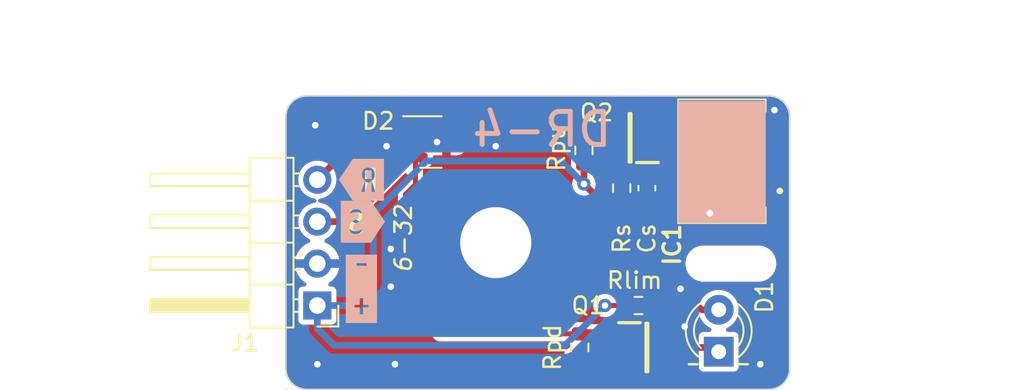
<source format=kicad_pcb>
(kicad_pcb (version 20221018) (generator pcbnew)
  (title_block (title "DR-4: Long Range IR Sensor") (date "2022-9-1") (rev "1") (company "DigitalREP"))
  (layers (0 "F.Cu" signal "Front") (31 "B.Cu" signal "Back") (34 "B.Paste" user) (35 "F.Paste" user) (36 "B.SilkS" user "B.Silkscreen") (37 "F.SilkS" user "F.Silkscreen") (38 "B.Mask" user) (39 "F.Mask" user) (44 "Edge.Cuts" user))
  (net 0 "")
  (net 1 "VS")
  (net 2 "GND")
  (net 3 "Net-(IC1-VS)")
  (net 4 "Net-(D1-K)")
  (net 5 "Net-(D1-A)")
  (net 7 "/S")
  (net 8 "/R")
  (net 9 "Net-(IC1-OUT)")
  (footprint "MountingHole:MountingHole_2.1mm" (layer "F.Cu") (at 143.764 76.2)
    (fp_text reference "H2" hide)
    (fp_text value "MountingHole" hide)
    (pad "" np_thru_hole oval (at 0 0) (size 5 1.7) (drill oval 5 1.7) (layers "F&B.Cu" "*.Mask"))
  )
  (footprint "Samacsys:SOT95P237X112-3N" (layer "F.Cu") (at 137.668 68.58 180)
    (fp_text reference "Q2" (at 2.032 1.524) (layer "F.SilkS") (effects (font (size 1.00076 1.00076) (thickness 0.14986))))
    (fp_text value "SI2302CDS-T1-GE3" hide)
    (fp_line (start -1.7 -1.5) (end -0.4 -1.5) (stroke (width 0.2)) (layer "F.SilkS"))
    (fp_line (start -0.05 -1.46) (end 0.05 -1.46) (stroke (width 0.2)) (layer "F.SilkS"))
    (fp_line (start -0.05 1.46) (end -0.05 -1.46) (stroke (width 0.2)) (layer "F.SilkS"))
    (fp_line (start 0.05 -1.46) (end 0.05 1.46) (stroke (width 0.2)) (layer "F.SilkS"))
    (fp_line (start 0.05 1.46) (end -0.05 1.46) (stroke (width 0.2)) (layer "F.SilkS"))
    (pad "1" smd rect (at -1.05 -0.95 270) (size 0.6 1.3) (layers "F.Cu" "F.Paste" "F.Mask") (net 9 "Net-(IC1-OUT)"))
    (pad "2" smd rect (at -1.05 0.95 270) (size 0.6 1.3) (layers "F.Cu" "F.Paste" "F.Mask") (net 2 "GND"))
    (pad "3" smd rect (at 1.05 0 270) (size 0.6 1.3) (layers "F.Cu" "F.Paste" "F.Mask") (net 8 "/R"))
  )
  (footprint "kibuzzard-63767584" (layer "F.Cu") (at 121.412 71.12)
    (fp_text reference "kibuzzard-63767584" hide)
    (fp_text value "G***" hide)
    (fp_poly (pts (xy 0.221952 -0.040323) (xy 0.300581 -0.040323) (xy 0.431629 -0.055443) (xy 0.518322 -0.100806) (xy 0.566709 -0.182459) (xy 0.582838 -0.306451) (xy 0.567717 -0.42515) (xy 0.522355 -0.507055) (xy 0.446246 -0.554686) (xy 0.338887 -0.570563) (xy 0.221952 -0.554434) (xy 0.221952 -0.040323)) (fill solid) (layer "F.SilkS"))
    (fp_poly (pts (xy -0.003854 -1.258596) (xy 0.338887 -0.745966) (xy 0.484608 -0.734206) (xy 0.601879 -0.698923) (xy 0.690701 -0.64012) (xy 0.752865 -0.556002) (xy 0.790163 -0.44478) (xy 0.802596 -0.306451) (xy 0.788483 -0.174647) (xy 0.746144 -0.06754) (xy 0.67558 0.014869) (xy 0.57679 0.072581) (xy 0.57679 0.076613) (xy 0.653403 0.176411) (xy 0.717919 0.334677) (xy 0.842918 0.745966) (xy 0.611064 0.745966) (xy 0.494129 0.32258) (xy 0.461115 0.231098) (xy 0.422556 0.174395) (xy 0.300581 0.13508) (xy 0.221952 0.13508) (xy 0.221952 0.745966) (xy -0.003854 0.745966) (xy -0.003854 -0.705644) (xy 0.108601 -0.728045) (xy 0.222848 -0.741486) (xy 0.338887 -0.745966) (xy -0.003854 -1.258596) (xy -0.516484 -1.258596) (xy -1.355549 0) (xy -0.516484 1.258596) (xy -0.003854 1.258596) (xy 0.842918 1.258596) (xy 1.355549 1.258596) (xy 1.355549 -1.258596) (xy 0.842918 -1.258596) (xy -0.003854 -1.258596)) (fill solid) (layer "F.SilkS"))
  )
  (footprint "MountingHole:MountingHole_4.3mm_M4_Pad_TopBottom" (layer "F.Cu") (at 129.54 74.93)
    (fp_text reference "H1" hide)
    (fp_text value "6-32" (at -5.588 -0.254 270) (layer "F.SilkS") (effects (font (thickness 0.15) italic)))
    (pad "1" thru_hole circle (at 0 0) (size 4.7 4.7) (drill 4.3) (layers "*.Cu" "*.Mask") (net 2 "GND"))
    (pad "1" connect circle (at 0 0) (size 8.6 8.6) (layers "F.Cu" "F.Mask") (net 2 "GND"))
    (pad "1" connect circle (at 0 0) (size 8.6 8.6) (layers "B.Cu" "B.Mask") (net 2 "GND"))
  )
  (footprint "kibuzzard-63767593" (layer "F.Cu") (at 121.5 73.66)
    (fp_text reference "kibuzzard-63767593" hide)
    (fp_text value "G***" hide)
    (fp_poly (pts (xy -0.816037 -1.268677) (xy -0.408779 -0.756047) (xy -0.291396 -0.749326) (xy -0.178493 -0.729165) (xy -0.07007 -0.695563) (xy -0.07007 -0.493951) (xy -0.225816 -0.558971) (xy -0.38257 -0.580644) (xy -0.470775 -0.567539) (xy -0.537811 -0.528225) (xy -0.58015 -0.465725) (xy -0.594263 -0.383064) (xy -0.576342 -0.280689) (xy -0.522579 -0.199372) (xy -0.432973 -0.139113) (xy -0.295652 -0.069892) (xy -0.190142 0.000672) (xy -0.116441 0.072581) (xy -0.051421 0.197076) (xy -0.029748 0.352822) (xy -0.047087 0.497983) (xy -0.099103 0.610886) (xy -0.185796 0.691531) (xy -0.307167 0.739918) (xy -0.463215 0.756047) (xy -0.588215 0.745294) (xy -0.702462 0.713036) (xy -0.805956 0.659273) (xy -0.805956 0.449596) (xy -0.69955 0.5224) (xy -0.587319 0.566083) (xy -0.469263 0.580644) (xy -0.379546 0.566783) (xy -0.312005 0.525201) (xy -0.269667 0.456904) (xy -0.255554 0.362903) (xy -0.266391 0.273185) (xy -0.298901 0.201613) (xy -0.356612 0.142641) (xy -0.443054 0.090726) (xy -0.566597 0.02621) (xy -0.663035 -0.040995) (xy -0.732368 -0.110887) (xy -0.795119 -0.229838) (xy -0.816037 -0.372983) (xy -0.789575 -0.534273) (xy -0.71019 -0.655241) (xy -0.629657 -0.711244) (xy -0.529187 -0.744846) (xy -0.408779 -0.756047) (xy -0.816037 -1.268677) (xy -1.328667 -1.268677) (xy -1.328667 1.268677) (xy -0.816037 1.268677) (xy -0.029748 1.268677) (xy 0.482882 1.268677) (xy 1.328667 0) (xy 0.482882 -1.268677) (xy -0.029748 -1.268677) (xy -0.816037 -1.268677)) (fill solid) (layer "F.SilkS"))
  )
  (footprint "Resistor_SMD:R_0603_1608Metric" (layer "F.Cu") (at 134.874 69.342 90)
    (fp_text reference "Rpu" (at 0.127 -1.651 270) (layer "F.SilkS"))
    (fp_text value "1k0" hide)
    (fp_line (start -0.237258 -0.5225) (end 0.237258 -0.5225) (stroke (width 0.12)) (layer "F.SilkS"))
    (fp_line (start -0.237258 0.5225) (end 0.237258 0.5225) (stroke (width 0.12)) (layer "F.SilkS"))
    (pad "1" smd roundrect (at -0.825 0 90) (size 0.8 0.95) (layers "F.Cu" "F.Paste" "F.Mask") (net 1 "VS"))
    (pad "2" smd roundrect (at 0.825 0 90) (size 0.8 0.95) (layers "F.Cu" "F.Paste" "F.Mask") (net 8 "/R"))
  )
  (footprint "Resistor_SMD:R_0603_1608Metric" (layer "F.Cu") (at 138.176 78.74)
    (fp_text reference "Rlim" (at -0.237258 -1.524) (layer "F.SilkS"))
    (fp_text value "91R")
    (fp_line (start -0.237258 -0.5225) (end 0.237258 -0.5225) (stroke (width 0.12)) (layer "F.SilkS"))
    (fp_line (start -0.237258 0.5225) (end 0.237258 0.5225) (stroke (width 0.12)) (layer "F.SilkS"))
    (pad "1" smd roundrect (at -0.825 0) (size 0.8 0.95) (layers "F.Cu" "F.Paste" "F.Mask") (net 1 "VS"))
    (pad "2" smd roundrect (at 0.825 0) (size 0.8 0.95) (layers "F.Cu" "F.Paste" "F.Mask") (net 5 "Net-(D1-A)"))
  )
  (footprint "Resistor_SMD:R_0603_1608Metric" (layer "F.Cu") (at 137.16 71.628 -90)
    (fp_text reference "Rs" (at 3.048 0 90) (layer "F.SilkS"))
    (fp_text value "91R" hide)
    (fp_line (start -0.237258 -0.5225) (end 0.237258 -0.5225) (stroke (width 0.12)) (layer "F.SilkS"))
    (fp_line (start -0.237258 0.5225) (end 0.237258 0.5225) (stroke (width 0.12)) (layer "F.SilkS"))
    (pad "1" smd roundrect (at -0.825 0 270) (size 0.8 0.95) (layers "F.Cu" "F.Paste" "F.Mask") (net 3 "Net-(IC1-VS)"))
    (pad "2" smd roundrect (at 0.825 0 270) (size 0.8 0.95) (layers "F.Cu" "F.Paste" "F.Mask") (net 1 "VS"))
  )
  (footprint "Samacsys:SOT95P237X112-3N" (layer "F.Cu") (at 138.684 81.28)
    (fp_text reference "Q1" (at -3.556 -2.54) (layer "F.SilkS") (effects (font (size 1.00076 1.00076) (thickness 0.14986))))
    (fp_text value "Si2302CDS-T1-GE3" hide)
    (fp_line (start -1.7 -1.5) (end -0.4 -1.5) (stroke (width 0.2)) (layer "F.SilkS"))
    (fp_line (start -0.05 -1.46) (end 0.05 -1.46) (stroke (width 0.2)) (layer "F.SilkS"))
    (fp_line (start -0.05 1.46) (end -0.05 -1.46) (stroke (width 0.2)) (layer "F.SilkS"))
    (fp_line (start 0.05 -1.46) (end 0.05 1.46) (stroke (width 0.2)) (layer "F.SilkS"))
    (fp_line (start 0.05 1.46) (end -0.05 1.46) (stroke (width 0.2)) (layer "F.SilkS"))
    (pad "1" smd rect (at -1.05 -0.95 90) (size 0.6 1.3) (layers "F.Cu" "F.Paste" "F.Mask") (net 7 "/S"))
    (pad "2" smd rect (at -1.05 0.95 90) (size 0.6 1.3) (layers "F.Cu" "F.Paste" "F.Mask") (net 2 "GND"))
    (pad "3" smd rect (at 1.05 0 90) (size 0.6 1.3) (layers "F.Cu" "F.Paste" "F.Mask") (net 4 "Net-(D1-K)"))
  )
  (footprint "Samacsys:TSSP6038TR" (layer "F.Cu") (at 144.775 69.85 90)
    (fp_text reference "IC1" (at -5.207 -4.567 270) (layer "F.SilkS") (effects (font (size 1.016 1.016) (thickness 0.2032))))
    (fp_text value "TSSP6038TR" hide)
    (fp_line (start -3.9 -4.2) (end -3.9 1.1) (stroke (width 0.1)) (layer "F.SilkS"))
    (fp_line (start -3.9 1.1) (end -2.95 1.1) (stroke (width 0.1)) (layer "F.SilkS"))
    (fp_line (start -1.95 1.85) (end -1.95 1.85) (stroke (width 0.2)) (layer "F.SilkS"))
    (fp_line (start -1.95 2.05) (end -1.95 2.05) (stroke (width 0.2)) (layer "F.SilkS"))
    (fp_line (start 2.85 1.1) (end 3.6 1.1) (stroke (width 0.1)) (layer "F.SilkS"))
    (fp_line (start 3.6 -4.2) (end -3.9 -4.2) (stroke (width 0.1)) (layer "F.SilkS"))
    (fp_line (start 3.6 1.1) (end 3.6 -4.2) (stroke (width 0.1)) (layer "F.SilkS"))
    (fp_arc (start -1.95 1.85) (mid -1.85 1.95) (end -1.95 2.05) (stroke (width 0.2)) (layer "F.SilkS"))
    (fp_arc (start -1.95 2.05) (mid -2.05 1.95) (end -1.95 1.85) (stroke (width 0.2)) (layer "F.SilkS"))
    (pad "1" smd rect (at -1.905 0 90) (size 0.9 2.2) (layers "F.Cu" "F.Paste" "F.Mask") (net 2 "GND"))
    (pad "2" smd rect (at -0.635 0 90) (size 0.9 2.2) (layers "F.Cu" "F.Paste" "F.Mask"))
    (pad "3" smd rect (at 0.635 0 90) (size 0.9 2.2) (layers "F.Cu" "F.Paste" "F.Mask") (net 3 "Net-(IC1-VS)"))
    (pad "4" smd rect (at 1.905 0 90) (size 0.9 2.2) (layers "F.Cu" "F.Paste" "F.Mask") (net 9 "Net-(IC1-OUT)"))
  )
  (footprint "Capacitor_SMD:C_0603_1608Metric" (layer "F.Cu") (at 138.684 71.628 -90)
    (fp_text reference "Cs" (at 3.048 0 90) (layer "F.SilkS"))
    (fp_text value ".47u" hide)
    (fp_line (start -0.14058 -0.51) (end 0.14058 -0.51) (stroke (width 0.12)) (layer "F.SilkS"))
    (fp_line (start -0.14058 0.51) (end 0.14058 0.51) (stroke (width 0.12)) (layer "F.SilkS"))
    (pad "1" smd roundrect (at -0.775 0 270) (size 0.9 0.95) (layers "F.Cu" "F.Paste" "F.Mask") (net 3 "Net-(IC1-VS)"))
    (pad "2" smd roundrect (at 0.775 0 270) (size 0.9 0.95) (layers "F.Cu" "F.Paste" "F.Mask") (net 2 "GND"))
  )
  (footprint "Connector_PinHeader_2.54mm:PinHeader_1x04_P2.54mm_Horizontal" (layer "F.Cu") (at 118.745 78.74 180)
    (fp_text reference "J1" (at 4.385 -2.27 180) (layer "F.SilkS"))
    (fp_text value "Conn_01x04")
    (fp_line (start -1.27 -1.27) (end 0 -1.27) (stroke (width 0.12)) (layer "F.SilkS"))
    (fp_line (start -1.27 0) (end -1.27 -1.27) (stroke (width 0.12)) (layer "F.SilkS"))
    (fp_line (start 1.042929 2.16) (end 1.44 2.16) (stroke (width 0.12)) (layer "F.SilkS"))
    (fp_line (start 1.042929 2.92) (end 1.44 2.92) (stroke (width 0.12)) (layer "F.SilkS"))
    (fp_line (start 1.042929 4.7) (end 1.44 4.7) (stroke (width 0.12)) (layer "F.SilkS"))
    (fp_line (start 1.042929 5.46) (end 1.44 5.46) (stroke (width 0.12)) (layer "F.SilkS"))
    (fp_line (start 1.042929 7.24) (end 1.44 7.24) (stroke (width 0.12)) (layer "F.SilkS"))
    (fp_line (start 1.042929 8) (end 1.44 8) (stroke (width 0.12)) (layer "F.SilkS"))
    (fp_line (start 1.11 -0.38) (end 1.44 -0.38) (stroke (width 0.12)) (layer "F.SilkS"))
    (fp_line (start 1.11 0.38) (end 1.44 0.38) (stroke (width 0.12)) (layer "F.SilkS"))
    (fp_line (start 1.44 -1.33) (end 1.44 8.95) (stroke (width 0.12)) (layer "F.SilkS"))
    (fp_line (start 1.44 1.27) (end 4.1 1.27) (stroke (width 0.12)) (layer "F.SilkS"))
    (fp_line (start 1.44 3.81) (end 4.1 3.81) (stroke (width 0.12)) (layer "F.SilkS"))
    (fp_line (start 1.44 6.35) (end 4.1 6.35) (stroke (width 0.12)) (layer "F.SilkS"))
    (fp_line (start 1.44 8.95) (end 4.1 8.95) (stroke (width 0.12)) (layer "F.SilkS"))
    (fp_line (start 4.1 -1.33) (end 1.44 -1.33) (stroke (width 0.12)) (layer "F.SilkS"))
    (fp_line (start 4.1 -0.38) (end 10.1 -0.38) (stroke (width 0.12)) (layer "F.SilkS"))
    (fp_line (start 4.1 -0.32) (end 10.1 -0.32) (stroke (width 0.12)) (layer "F.SilkS"))
    (fp_line (start 4.1 -0.2) (end 10.1 -0.2) (stroke (width 0.12)) (layer "F.SilkS"))
    (fp_line (start 4.1 -0.08) (end 10.1 -0.08) (stroke (width 0.12)) (layer "F.SilkS"))
    (fp_line (start 4.1 0.04) (end 10.1 0.04) (stroke (width 0.12)) (layer "F.SilkS"))
    (fp_line (start 4.1 0.16) (end 10.1 0.16) (stroke (width 0.12)) (layer "F.SilkS"))
    (fp_line (start 4.1 0.28) (end 10.1 0.28) (stroke (width 0.12)) (layer "F.SilkS"))
    (fp_line (start 4.1 2.16) (end 10.1 2.16) (stroke (width 0.12)) (layer "F.SilkS"))
    (fp_line (start 4.1 4.7) (end 10.1 4.7) (stroke (width 0.12)) (layer "F.SilkS"))
    (fp_line (start 4.1 7.24) (end 10.1 7.24) (stroke (width 0.12)) (layer "F.SilkS"))
    (fp_line (start 4.1 8.95) (end 4.1 -1.33) (stroke (width 0.12)) (layer "F.SilkS"))
    (fp_line (start 10.1 -0.38) (end 10.1 0.38) (stroke (width 0.12)) (layer "F.SilkS"))
    (fp_line (start 10.1 0.38) (end 4.1 0.38) (stroke (width 0.12)) (layer "F.SilkS"))
    (fp_line (start 10.1 2.16) (end 10.1 2.92) (stroke (width 0.12)) (layer "F.SilkS"))
    (fp_line (start 10.1 2.92) (end 4.1 2.92) (stroke (width 0.12)) (layer "F.SilkS"))
    (fp_line (start 10.1 4.7) (end 10.1 5.46) (stroke (width 0.12)) (layer "F.SilkS"))
    (fp_line (start 10.1 5.46) (end 4.1 5.46) (stroke (width 0.12)) (layer "F.SilkS"))
    (fp_line (start 10.1 7.24) (end 10.1 8) (stroke (width 0.12)) (layer "F.SilkS"))
    (fp_line (start 10.1 8) (end 4.1 8) (stroke (width 0.12)) (layer "F.SilkS"))
    (pad "1" thru_hole rect (at 0 0 180) (size 1.7 1.7) (drill 1) (layers "*.Cu" "*.Mask") (net 1 "VS"))
    (pad "2" thru_hole oval (at 0 2.54 180) (size 1.7 1.7) (drill 1) (layers "*.Cu" "*.Mask") (net 2 "GND"))
    (pad "3" thru_hole oval (at 0 5.08 180) (size 1.7 1.7) (drill 1) (layers "*.Cu" "*.Mask") (net 7 "/S"))
    (pad "4" thru_hole oval (at 0 7.62 180) (size 1.7 1.7) (drill 1) (layers "*.Cu" "*.Mask") (net 8 "/R"))
  )
  (footprint "LED_THT:LED_D3.0mm_IRBlack" (layer "F.Cu") (at 143.03 81.539 90)
    (fp_text reference "D1" (at 3.307 2.766 90) (layer "F.SilkS"))
    (fp_text value "VLSB4940" hide)
    (fp_line (start -0.29 -1.236) (end -0.29 -1.08) (stroke (width 0.12)) (layer "F.SilkS"))
    (fp_line (start -0.29 1.08) (end -0.29 1.236) (stroke (width 0.12)) (layer "F.SilkS"))
    (fp_arc (start -0.29 -1.235516) (mid 1.366487 -1.987659) (end 2.942335 -1.078608) (stroke (width 0.12)) (layer "F.SilkS"))
    (fp_arc (start 0.229039 -1.08) (mid 1.270117 -1.5) (end 2.31113 -1.079837) (stroke (width 0.12)) (layer "F.SilkS"))
    (fp_arc (start 2.31113 1.079837) (mid 1.270117 1.5) (end 0.229039 1.08) (stroke (width 0.12)) (layer "F.SilkS"))
    (fp_arc (start 2.942335 1.078608) (mid 1.366487 1.987659) (end -0.29 1.235516) (stroke (width 0.12)) (layer "F.SilkS"))
    (pad "1" thru_hole rect (at 0 0 90) (size 1.8 1.8) (drill 0.9) (layers "*.Cu" "*.Mask") (net 4 "Net-(D1-K)"))
    (pad "2" thru_hole circle (at 2.54 0 90) (size 1.8 1.8) (drill 0.9) (layers "*.Cu" "*.Mask") (net 5 "Net-(D1-A)"))
  )
  (footprint "Package_TO_SOT_SMD:SOT-23" (layer "F.Cu") (at 125.618 68.834)
    (fp_text reference "D2" (at -3.19 -1.27) (layer "F.SilkS"))
    (fp_text value "SP0502BAHT" hide)
    (fp_line (start 0 -1.56) (end -1.675 -1.56) (stroke (width 0.12)) (layer "F.SilkS"))
    (fp_line (start 0 -1.56) (end 0.65 -1.56) (stroke (width 0.12)) (layer "F.SilkS"))
    (fp_line (start 0 1.56) (end -0.65 1.56) (stroke (width 0.12)) (layer "F.SilkS"))
    (fp_line (start 0 1.56) (end 0.65 1.56) (stroke (width 0.12)) (layer "F.SilkS"))
    (pad "1" smd roundrect (at -0.9375 -0.95) (size 1.475 0.6) (layers "F.Cu" "F.Paste" "F.Mask") (net 8 "/R"))
    (pad "2" smd roundrect (at -0.9375 0.95) (size 1.475 0.6) (layers "F.Cu" "F.Paste" "F.Mask") (net 7 "/S"))
    (pad "3" smd roundrect (at 0.9375 0) (size 1.475 0.6) (layers "F.Cu" "F.Paste" "F.Mask") (net 2 "GND"))
  )
  (footprint "Resistor_SMD:R_0603_1608Metric" (layer "F.Cu") (at 134.62 81.28 -90)
    (fp_text reference "Rpd" (at 0 1.651 90) (layer "F.SilkS"))
    (fp_text value "10K0" hide)
    (fp_line (start -0.237258 -0.5225) (end 0.237258 -0.5225) (stroke (width 0.12)) (layer "F.SilkS"))
    (fp_line (start -0.237258 0.5225) (end 0.237258 0.5225) (stroke (width 0.12)) (layer "F.SilkS"))
    (pad "1" smd roundrect (at -0.825 0 270) (size 0.8 0.95) (layers "F.Cu" "F.Paste" "F.Mask") (net 7 "/S"))
    (pad "2" smd roundrect (at 0.825 0 270) (size 0.8 0.95) (layers "F.Cu" "F.Paste" "F.Mask") (net 2 "GND"))
  )
  (footprint "kibuzzard-63767574" (layer "F.Cu") (at 121.412 77.724)
    (fp_text reference "kibuzzard-63767574" hide)
    (fp_text value "G***" hide)
    (fp_poly (pts (xy -0.427061 -2.062767) (xy -0.29497 -1.382799) (xy -0.29497 -1.550137) (xy 0.309867 -1.550137) (xy 0.309867 -1.382799) (xy -0.29497 -1.382799) (xy -0.427061 -2.062767) (xy -0.939691 -2.062767) (xy 0.107262 0.556972) (xy 0.107262 0.968142) (xy 0.427061 0.968142) (xy 0.427061 1.133008) (xy 0.107262 1.133008) (xy 0.107262 1.550137) (xy -0.105275 1.550137) (xy -0.105275 1.133008) (xy -0.427061 1.133008) (xy -0.427061 0.968142) (xy -0.105275 0.968142) (xy -0.105275 0.556972) (xy 0.107262 0.556972) (xy -0.939691 -2.062767) (xy -0.939691 2.062767) (xy -0.427061 2.062767) (xy 0.427061 2.062767) (xy 0.939691 2.062767) (xy 0.939691 -2.062767) (xy 0.427061 -2.062767) (xy -0.427061 -2.062767)) (fill solid) (layer "F.SilkS"))
  )
  (footprint "kibuzzard-637672C4" (layer "B.Cu") (at 121.412 77.724 180)
    (fp_text reference "kibuzzard-637672C4" hide)
    (fp_text value "G***" hide)
    (fp_poly (pts (xy -0.427061 2.062767) (xy -0.29497 1.382799) (xy -0.29497 1.550137) (xy 0.309867 1.550137) (xy 0.309867 1.382799) (xy -0.29497 1.382799) (xy -0.427061 2.062767) (xy -0.939691 2.062767) (xy 0.107262 -0.556972) (xy 0.107262 -0.968142) (xy 0.427061 -0.968142) (xy 0.427061 -1.133008) (xy 0.107262 -1.133008) (xy 0.107262 -1.550137) (xy -0.105275 -1.550137) (xy -0.105275 -1.133008) (xy -0.427061 -1.133008) (xy -0.427061 -0.968142) (xy -0.105275 -0.968142) (xy -0.105275 -0.556972) (xy 0.107262 -0.556972) (xy -0.939691 2.062767) (xy -0.939691 -2.062767) (xy -0.427061 -2.062767) (xy 0.427061 -2.062767) (xy 0.939691 -2.062767) (xy 0.939691 2.062767) (xy 0.427061 2.062767) (xy -0.427061 2.062767)) (fill solid) (layer "B.SilkS"))
  )
  (footprint "kibuzzard-63767288" (layer "B.Cu") (at 121.412 71.12 180)
    (fp_text reference "kibuzzard-63767288" hide)
    (fp_text value "G***" hide)
    (fp_poly (pts (xy -0.617112 0.040323) (xy -0.538484 0.040323) (xy -0.407435 0.055443) (xy -0.320742 0.100806) (xy -0.272355 0.182459) (xy -0.256226 0.306451) (xy -0.271347 0.42515) (xy -0.31671 0.507055) (xy -0.392818 0.554686) (xy -0.500177 0.570563) (xy -0.617112 0.554434) (xy -0.617112 0.040323)) (fill solid) (layer "B.SilkS"))
    (fp_poly (pts (xy -0.842918 1.258596) (xy -0.500177 0.745966) (xy -0.354456 0.734206) (xy -0.237185 0.698923) (xy -0.148363 0.64012) (xy -0.086199 0.556002) (xy -0.048901 0.44478) (xy -0.036468 0.306451) (xy -0.050581 0.174647) (xy -0.09292 0.06754) (xy -0.163484 -0.014869) (xy -0.262274 -0.072581) (xy -0.262274 -0.076613) (xy -0.185662 -0.176411) (xy -0.121146 -0.334677) (xy 0.003854 -0.745966) (xy -0.228 -0.745966) (xy -0.344936 -0.32258) (xy -0.37795 -0.231098) (xy -0.416508 -0.174395) (xy -0.538484 -0.13508) (xy -0.617112 -0.13508) (xy -0.617112 -0.745966) (xy -0.842918 -0.745966) (xy -0.842918 0.705644) (xy -0.730463 0.728045) (xy -0.616216 0.741486) (xy -0.500177 0.745966) (xy -0.842918 1.258596) (xy -1.355549 1.258596) (xy -1.355549 -1.258596) (xy -0.842918 -1.258596) (xy 0.003854 -1.258596) (xy 0.516484 -1.258596) (xy 1.355549 0) (xy 0.516484 1.258596) (xy 0.003854 1.258596) (xy -0.842918 1.258596)) (fill solid) (layer "B.SilkS"))
  )
  (footprint "MyModules:tinyrep" (layer "B.Cu") (at 132.588 82.296 180)
    (fp_text reference "LOGO1" hide)
    (fp_text value "LOGO" hide)
  )
  (footprint "kibuzzard-6376729D" (layer "B.Cu") (at 121.5 73.66 180)
    (fp_text reference "kibuzzard-6376729D" hide)
    (fp_text value "G***" hide)
    (fp_poly (pts (xy 0.029748 1.268677) (xy 0.437005 0.756047) (xy 0.554389 0.749326) (xy 0.667292 0.729165) (xy 0.775714 0.695563) (xy 0.775714 0.493951) (xy 0.619969 0.558971) (xy 0.463215 0.580644) (xy 0.375009 0.567539) (xy 0.307973 0.528225) (xy 0.265635 0.465725) (xy 0.251522 0.383064) (xy 0.269443 0.280689) (xy 0.323206 0.199372) (xy 0.412812 0.139113) (xy 0.550132 0.069892) (xy 0.655643 -0.000672) (xy 0.729343 -0.072581) (xy 0.794363 -0.197076) (xy 0.816037 -0.352822) (xy 0.798698 -0.497983) (xy 0.746682 -0.610886) (xy 0.659989 -0.691531) (xy 0.538618 -0.739918) (xy 0.38257 -0.756047) (xy 0.25757 -0.745294) (xy 0.143323 -0.713036) (xy 0.039829 -0.659273) (xy 0.039829 -0.449596) (xy 0.146235 -0.5224) (xy 0.258466 -0.566083) (xy 0.376521 -0.580644) (xy 0.466239 -0.566783) (xy 0.533779 -0.525201) (xy 0.576118 -0.456904) (xy 0.590231 -0.362903) (xy 0.579394 -0.273185) (xy 0.546884 -0.201613) (xy 0.489172 -0.142641) (xy 0.402731 -0.090726) (xy 0.279187 -0.02621) (xy 0.182749 0.040995) (xy 0.113417 0.110887) (xy 0.050665 0.229838) (xy 0.029748 0.372983) (xy 0.05621 0.534273) (xy 0.135595 0.655241) (xy 0.216128 0.711244) (xy 0.316598 0.744846) (xy 0.437005 0.756047) (xy 0.029748 1.268677) (xy -0.482882 1.268677) (xy -1.328667 0) (xy -0.482882 -1.268677) (xy 0.029748 -1.268677) (xy 0.816037 -1.268677) (xy 1.328667 -1.268677) (xy 1.328667 1.268677) (xy 0.816037 1.268677) (xy 0.029748 1.268677)) (fill solid) (layer "B.SilkS"))
  )
  (gr_rect (start 140.6525 66.421) (end 145.796 73.66) (stroke (width 0.15)) (fill solid) (layer "B.SilkS"))
  (gr_line (start 141.224 82.296) (end 141.732 82.296) (stroke (width 0.15)) (layer "F.SilkS"))
  (gr_line (start 144.78 82.296) (end 144.272 82.296) (stroke (width 0.15)) (layer "F.SilkS"))
  (gr_line (start 116.84 67.31) (end 116.84 76.581) (stroke (width 0.1)) (layer "Edge.Cuts"))
  (gr_arc (start 146.05 66.04) (mid 146.948026 66.411974) (end 147.32 67.31) (stroke (width 0.1)) (layer "Edge.Cuts"))
  (gr_line (start 146.05 83.82) (end 118.11 83.82) (stroke (width 0.1)) (layer "Edge.Cuts"))
  (gr_arc (start 147.32 82.55) (mid 146.948026 83.448026) (end 146.05 83.82) (stroke (width 0.1)) (layer "Edge.Cuts"))
  (gr_line (start 116.84 76.581) (end 116.84 78.994) (stroke (width 0.1)) (layer "Edge.Cuts"))
  (gr_line (start 118.11 66.04) (end 146.05 66.04) (stroke (width 0.1)) (layer "Edge.Cuts"))
  (gr_line (start 147.32 67.31) (end 147.32 82.55) (stroke (width 0.1)) (layer "Edge.Cuts"))
  (gr_arc (start 116.84 67.31) (mid 117.211974 66.411974) (end 118.11 66.04) (stroke (width 0.1)) (layer "Edge.Cuts"))
  (gr_line (start 116.84 78.994) (end 116.84 82.55) (stroke (width 0.1)) (layer "Edge.Cuts"))
  (gr_arc (start 118.11 83.82) (mid 117.211974 83.448026) (end 116.84 82.55) (stroke (width 0.1)) (layer "Edge.Cuts"))
  (gr_line (start 116.84 81.28) (end 116.84 81.28) (stroke (width 0.1)) (layer "Edge.Cuts"))
  (gr_line (start 116.84 83.82) (end 116.84 83.82) (stroke (width 0.1)) (layer "Edge.Cuts"))
  (gr_text "DR-4" (at 132.334 68.072) (layer "B.SilkS") (effects (font (size 2 2) (thickness 0.3)) (justify mirror)))
  (segment (start 137.351 78.74) (end 136.144 78.74) (width 0.3048) (layer "F.Cu") (net 1))
  (segment (start 134.874 71.374) (end 134.874 70.167) (width 0.4064) (layer "F.Cu") (net 1))
  (segment (start 137.16 72.453) (end 135.953 72.453) (width 0.4064) (layer "F.Cu") (net 1))
  (segment (start 137.16 72.453) (end 136.335 72.453) (width 0.4064) (layer "F.Cu") (net 1))
  (segment (start 135.953 72.453) (end 134.874 71.374) (width 0.4064) (layer "F.Cu") (net 1))
  (via (at 136.144 78.74) (size 0.8) (drill 0.4) (layers "F.Cu" "B.Cu") (net 1))
  (via (at 134.874 71.374) (size 0.8) (drill 0.4) (layers "F.Cu" "B.Cu") (net 1))
  (segment (start 122.1328 77.3842) (end 122.1328 73.1932) (width 0.4064) (layer "B.Cu") (net 1))
  (segment (start 118.745 78.74) (end 120.777 78.74) (width 0.4064) (layer "B.Cu") (net 1))
  (segment (start 120.777 78.74) (end 122.1328 77.3842) (width 0.4064) (layer "B.Cu") (net 1))
  (segment (start 125.349 69.977) (end 133.477 69.977) (width 0.4064) (layer "B.Cu") (net 1))
  (segment (start 119.761 81.153) (end 133.731 81.153) (width 0.4064) (layer "B.Cu") (net 1))
  (segment (start 133.731 81.153) (end 136.144 78.74) (width 0.4064) (layer "B.Cu") (net 1))
  (segment (start 122.1328 73.1932) (end 125.349 69.977) (width 0.4064) (layer "B.Cu") (net 1))
  (segment (start 118.745 80.137) (end 119.761 81.153) (width 0.4064) (layer "B.Cu") (net 1))
  (segment (start 133.477 69.977) (end 134.874 71.374) (width 0.4064) (layer "B.Cu") (net 1))
  (segment (start 118.745 78.74) (end 118.745 80.137) (width 0.4064) (layer "B.Cu") (net 1))
  (via (at 123.444 82.296) (size 0.8) (drill 0.4) (layers "F.Cu" "B.Cu") (net 2))
  (via (at 123.19 75.311) (size 0.8) (drill 0.4) (layers "F.Cu" "B.Cu") (net 2))
  (via (at 118.618 67.818) (size 0.9) (drill 0.4) (layers "F.Cu" "B.Cu") (net 2))
  (via (at 123.19 77.597) (size 0.8) (drill 0.4) (layers "F.Cu" "B.Cu") (net 2))
  (via (at 142.494 73.152) (size 0.8) (drill 0.4) (layers "F.Cu" "B.Cu") (net 2))
  (via (at 118.745 82.296) (size 0.8) (drill 0.4) (layers "F.Cu" "B.Cu") (net 2))
  (via (at 140.716 77.724) (size 0.8) (drill 0.4) (layers "F.Cu" "B.Cu") (net 2))
  (via (at 145.542 82.296) (size 0.9) (drill 0.4) (layers "F.Cu" "B.Cu") (net 2))
  (via (at 125.984 68.834) (size 0.8) (drill 0.4) (layers "F.Cu" "B.Cu") (net 2))
  (via (at 122.936 69.088) (size 0.8) (drill 0.4) (layers "F.Cu" "B.Cu") (net 2))
  (via (at 129.54 69.088) (size 0.8) (drill 0.4) (layers "F.Cu" "B.Cu") (net 2))
  (via (at 146.4 66.9) (size 0.8) (drill 0.4) (layers "F.Cu" "B.Cu") (net 2))
  (via (at 140.97 80.01) (size 0.9) (drill 0.4) (layers "F.Cu" "B.Cu") (net 2))
  (segment (start 141.6306 70.853) (end 138.684 70.853) (width 0.4064) (layer "F.Cu") (net 3))
  (segment (start 144.775 69.215) (end 143.2686 69.215) (width 0.4064) (layer "F.Cu") (net 3))
  (segment (start 137.16 70.803) (end 138.634 70.803) (width 0.4064) (layer "F.Cu") (net 3))
  (segment (start 143.2686 69.215) (end 141.6306 70.853) (width 0.4064) (layer "F.Cu") (net 3))
  (segment (start 138.634 70.803) (end 138.684 70.853) (width 0.4064) (layer "F.Cu") (net 3))
  (segment (start 139.734 81.28) (end 142.771 81.28) (width 0.4064) (layer "F.Cu") (net 4))
  (segment (start 142.771 81.28) (end 143.03 81.539) (width 0.4064) (layer "F.Cu") (net 4))
  (segment (start 143.03 78.999) (end 141.991 78.999) (width 0.4064) (layer "F.Cu") (net 5))
  (segment (start 141.991 78.999) (end 141.732 78.74) (width 0.4064) (layer "F.Cu") (net 5))
  (segment (start 141.732 78.74) (end 139.001 78.74) (width 0.4064) (layer "F.Cu") (net 5))
  (segment (start 134.62 80.455) (end 134.745 80.33) (width 0.3048) (layer "F.Cu") (net 7))
  (segment (start 124.079 78.359) (end 126.175 80.455) (width 0.3048) (layer "F.Cu") (net 7))
  (segment (start 126.175 80.455) (end 134.62 80.455) (width 0.3048) (layer "F.Cu") (net 7))
  (segment (start 124.079 72.009) (end 124.079 78.359) (width 0.3048) (layer "F.Cu") (net 7))
  (segment (start 124.6805 69.784) (end 124.6805 71.4075) (width 0.3048) (layer "F.Cu") (net 7))
  (segment (start 124.272 69.784) (end 120.396 73.66) (width 0.4064) (layer "F.Cu") (net 7))
  (segment (start 120.396 73.66) (end 118.745 73.66) (width 0.4064) (layer "F.Cu") (net 7))
  (segment (start 134.745 80.33) (end 137.634 80.33) (width 0.3048) (layer "F.Cu") (net 7))
  (segment (start 124.6805 71.4075) (end 124.079 72.009) (width 0.3048) (layer "F.Cu") (net 7))
  (segment (start 133.604 68.58) (end 134.811 68.58) (width 0.4064) (layer "F.Cu") (net 8))
  (segment (start 124.6805 67.884) (end 121.981 67.884) (width 0.4064) (layer "F.Cu") (net 8))
  (segment (start 134.937 68.58) (end 134.874 68.517) (width 0.4064) (layer "F.Cu") (net 8))
  (segment (start 134.811 68.58) (end 134.874 68.517) (width 0.4064) (layer "F.Cu") (net 8))
  (segment (start 136.618 68.58) (end 134.937 68.58) (width 0.4064) (layer "F.Cu") (net 8))
  (segment (start 118.745 71.12) (end 121.981 67.884) (width 0.4064) (layer "F.Cu") (net 8))
  (segment (start 132.908 67.884) (end 133.604 68.58) (width 0.4064) (layer "F.Cu") (net 8))
  (segment (start 124.6805 67.884) (end 132.908 67.884) (width 0.4064) (layer "F.Cu") (net 8))
  (segment (start 143.383 67.945) (end 141.798 69.53) (width 0.4064) (layer "F.Cu") (net 9))
  (segment (start 141.798 69.53) (end 138.718 69.53) (width 0.4064) (layer "F.Cu") (net 9))
  (segment (start 145.143 67.945) (end 143.383 67.945) (width 0.4064) (layer "F.Cu") (net 9))
  (zone (net 2) (net_name "GND") (layers "F&B.Cu") (connect_pads (clearance 0.3048)) (min_thickness 0.254) (fill yes (thermal_gap 0.508) (thermal_bridge_width 0.508))
    (polygon (pts (xy 147.32 83.82) (xy 116.84 83.82) (xy 116.84 66.04) (xy 147.32 66.04)))
  )
)
</source>
